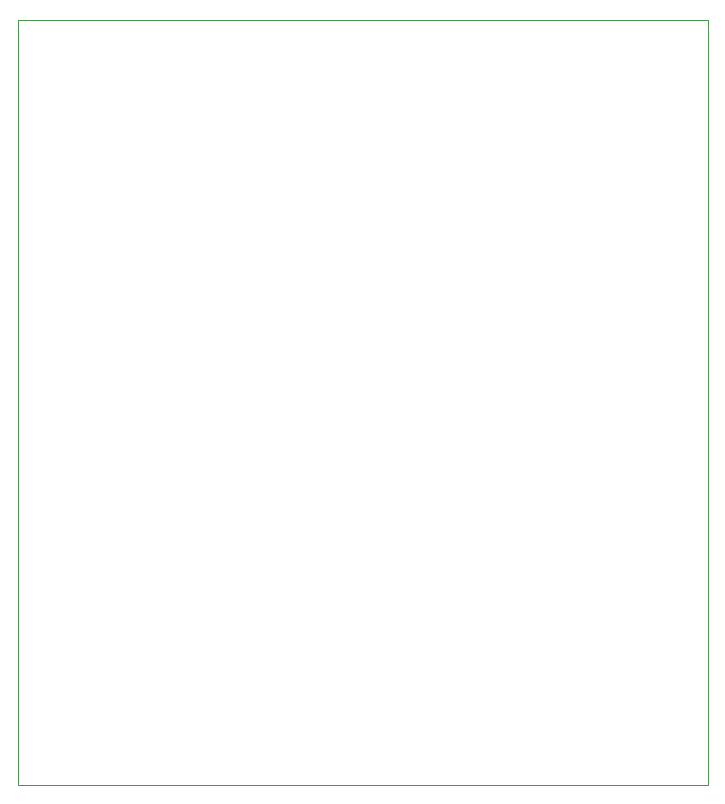
<source format=gbr>
G04 #@! TF.GenerationSoftware,KiCad,Pcbnew,5.1.0-060a0da~80~ubuntu18.10.1*
G04 #@! TF.CreationDate,2019-03-23T20:01:21+01:00*
G04 #@! TF.ProjectId,project-embeddedSystemDesign2,70726f6a-6563-4742-9d65-6d6265646465,rev?*
G04 #@! TF.SameCoordinates,Original*
G04 #@! TF.FileFunction,Profile,NP*
%FSLAX46Y46*%
G04 Gerber Fmt 4.6, Leading zero omitted, Abs format (unit mm)*
G04 Created by KiCad (PCBNEW 5.1.0-060a0da~80~ubuntu18.10.1) date 2019-03-23 20:01:21*
%MOMM*%
%LPD*%
G04 APERTURE LIST*
%ADD10C,0.050000*%
G04 APERTURE END LIST*
D10*
X156210000Y-39370000D02*
X97790000Y-39370000D01*
X156210000Y-104140000D02*
X156210000Y-39370000D01*
X97790000Y-104140000D02*
X156210000Y-104140000D01*
X97790000Y-39370000D02*
X97790000Y-104140000D01*
M02*

</source>
